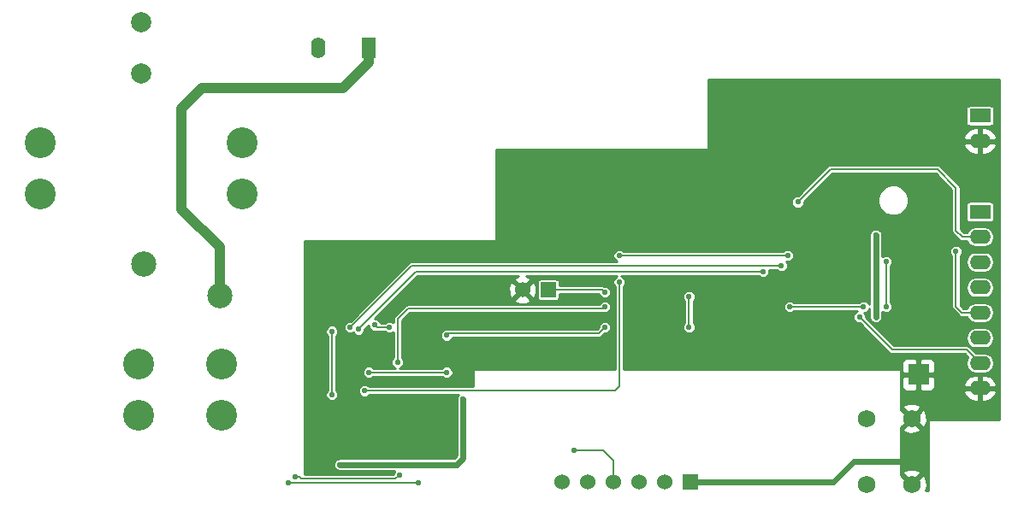
<source format=gbl>
G04 #@! TF.FileFunction,Copper,L2,Bot,Signal*
%FSLAX46Y46*%
G04 Gerber Fmt 4.6, Leading zero omitted, Abs format (unit mm)*
G04 Created by KiCad (PCBNEW (2015-06-05 BZR 5717)-product) date Tue 11 Aug 2015 19:51:47 PDT*
%MOMM*%
G01*
G04 APERTURE LIST*
%ADD10C,0.152400*%
%ADD11R,2.100000X1.400000*%
%ADD12O,2.100000X1.400000*%
%ADD13R,1.524000X1.524000*%
%ADD14C,1.524000*%
%ADD15C,3.048000*%
%ADD16C,1.750000*%
%ADD17R,2.032000X2.032000*%
%ADD18R,1.400000X2.100000*%
%ADD19O,1.400000X2.100000*%
%ADD20C,1.998980*%
%ADD21C,2.500000*%
%ADD22C,0.584200*%
%ADD23C,0.203200*%
%ADD24C,0.609600*%
%ADD25C,1.016000*%
%ADD26C,0.254000*%
G04 APERTURE END LIST*
D10*
D11*
X207000000Y-86750000D03*
D12*
X207000000Y-89250000D03*
D13*
X164270000Y-104000000D03*
D14*
X161730000Y-104000000D03*
D12*
X207000000Y-98750000D03*
X207000000Y-101250000D03*
D11*
X207000000Y-96250000D03*
D12*
X207000000Y-103750000D03*
X207000000Y-106250000D03*
X207000000Y-108750000D03*
X207000000Y-111250000D03*
X207000000Y-113750000D03*
D13*
X178350000Y-123000000D03*
D14*
X175810000Y-123000000D03*
X173270000Y-123000000D03*
X170730000Y-123000000D03*
X168190000Y-123000000D03*
X165650000Y-123000000D03*
D15*
X131953000Y-116459000D03*
X131953000Y-111379000D03*
X123698000Y-116459000D03*
X123698000Y-111379000D03*
X113952000Y-94540000D03*
X113952000Y-89460000D03*
X133952000Y-94540000D03*
X133952000Y-89460000D03*
D16*
X195750000Y-116750000D03*
X200250000Y-116750000D03*
X195750000Y-123250000D03*
X200250000Y-123250000D03*
D17*
X200914000Y-112395000D03*
D18*
X146500000Y-80000000D03*
D19*
X141500000Y-80000000D03*
D20*
X124000000Y-82540000D03*
X124000000Y-77460000D03*
D21*
X131750000Y-104600000D03*
X124250000Y-101400000D03*
D22*
X143459200Y-119278400D03*
X147929600Y-120497600D03*
X147726400Y-115011200D03*
X154432000Y-119278400D03*
X141020800Y-112572800D03*
X195681600Y-99364800D03*
X194056000Y-109728000D03*
X201777600Y-93065600D03*
X172313600Y-97536000D03*
X199948800Y-89001600D03*
X164185600Y-94081600D03*
X164388800Y-98755200D03*
X141630400Y-99568000D03*
X200500000Y-121000000D03*
X142849600Y-108102400D03*
X142849600Y-114401600D03*
X196697600Y-98552000D03*
X196697600Y-106680000D03*
X155854400Y-114808000D03*
X143662400Y-121310400D03*
X138582400Y-123139200D03*
X151384000Y-123139200D03*
X139192000Y-122529600D03*
X149555200Y-122326400D03*
X169875200Y-104241600D03*
X178206400Y-104648000D03*
X188976000Y-95300800D03*
X178206400Y-107696000D03*
X169875200Y-107696000D03*
X154228800Y-108508800D03*
X154228800Y-112166400D03*
X146507200Y-112166400D03*
X188163200Y-105664000D03*
X195478400Y-105664000D03*
X197713600Y-105664000D03*
X197713600Y-101193600D03*
X169875200Y-105664000D03*
X149352000Y-111150400D03*
X146100800Y-113995200D03*
X171297600Y-103225600D03*
X171297600Y-100584000D03*
X187960000Y-100584000D03*
X204622400Y-100177600D03*
X145491200Y-107899200D03*
X185521600Y-102209600D03*
X144678400Y-107696000D03*
X187350400Y-101600000D03*
X195072000Y-106680000D03*
X166827200Y-119888000D03*
X148539200Y-107696000D03*
X147116800Y-107492800D03*
D23*
X172313600Y-97536000D02*
X172516800Y-97536000D01*
D24*
X192500000Y-123000000D02*
X194500000Y-121000000D01*
X194500000Y-121000000D02*
X200500000Y-121000000D01*
X178350000Y-123000000D02*
X192500000Y-123000000D01*
D23*
X142849600Y-108102400D02*
X142849600Y-114401600D01*
D24*
X196697600Y-98552000D02*
X196697600Y-106680000D01*
X155854400Y-114808000D02*
X155854400Y-120700800D01*
X155244800Y-121310400D02*
X155854400Y-120700800D01*
X143662400Y-121310400D02*
X155244800Y-121310400D01*
D23*
X138582400Y-123139200D02*
X151384000Y-123139200D01*
X139605091Y-122529600D02*
X139801600Y-122726109D01*
X139192000Y-122529600D02*
X139605091Y-122529600D01*
X139998109Y-122726109D02*
X140004790Y-122732790D01*
X139801600Y-122726109D02*
X139998109Y-122726109D01*
X140004790Y-122732790D02*
X149148810Y-122732790D01*
X149148810Y-122732790D02*
X149555200Y-122326400D01*
D25*
X131750000Y-104600000D02*
X131750000Y-99750000D01*
X146500000Y-81500000D02*
X146500000Y-80000000D01*
X144000000Y-84000000D02*
X146500000Y-81500000D01*
X130000000Y-84000000D02*
X144000000Y-84000000D01*
X128000000Y-86000000D02*
X130000000Y-84000000D01*
X128000000Y-96000000D02*
X128000000Y-86000000D01*
X131750000Y-99750000D02*
X128000000Y-96000000D01*
D23*
X169875200Y-104241600D02*
X169633600Y-104000000D01*
X169633600Y-104000000D02*
X164270000Y-104000000D01*
X178206400Y-104648000D02*
X178206400Y-107696000D01*
X207000000Y-98750000D02*
X205226800Y-98750000D01*
X204622400Y-98145600D02*
X205226800Y-98750000D01*
X204622400Y-93878400D02*
X204622400Y-98145600D01*
X202793600Y-92049600D02*
X204622400Y-93878400D01*
X192227200Y-92049600D02*
X202793600Y-92049600D01*
X188976000Y-95300800D02*
X192227200Y-92049600D01*
X169875200Y-107696000D02*
X169265600Y-108305600D01*
X169265600Y-108305600D02*
X154432000Y-108305600D01*
X154432000Y-108305600D02*
X154228800Y-108508800D01*
X154228800Y-112166400D02*
X146507200Y-112166400D01*
X188163200Y-105664000D02*
X195478400Y-105664000D01*
X197713600Y-105664000D02*
X197713600Y-101193600D01*
X169875200Y-105664000D02*
X169672000Y-105867200D01*
X169672000Y-105867200D02*
X150368000Y-105867200D01*
X150368000Y-105867200D02*
X149352000Y-106883200D01*
X149352000Y-106883200D02*
X149352000Y-111150400D01*
X146100800Y-113995200D02*
X170891200Y-113995200D01*
X170891200Y-113995200D02*
X171297600Y-113588800D01*
X171297600Y-113588800D02*
X171297600Y-111760000D01*
X171297600Y-111760000D02*
X171297600Y-103225600D01*
X171297600Y-100584000D02*
X187960000Y-100584000D01*
X205208400Y-106250000D02*
X207000000Y-106250000D01*
X204622400Y-105664000D02*
X205208400Y-106250000D01*
X204622400Y-100177600D02*
X204622400Y-105664000D01*
X145491200Y-107899200D02*
X151180800Y-102209600D01*
X151180800Y-102209600D02*
X185521600Y-102209600D01*
X144678400Y-107696000D02*
X150774400Y-101600000D01*
X150774400Y-101600000D02*
X187350400Y-101600000D01*
X195072000Y-106680000D02*
X198323200Y-109931200D01*
X198323200Y-109931200D02*
X205681200Y-109931200D01*
X205681200Y-109931200D02*
X207000000Y-111250000D01*
X166827200Y-119888000D02*
X169672000Y-119888000D01*
X169672000Y-119888000D02*
X170730000Y-120946000D01*
X170730000Y-120946000D02*
X170730000Y-123000000D01*
X147320000Y-107696000D02*
X147116800Y-107492800D01*
X148539200Y-107696000D02*
X147320000Y-107696000D01*
D26*
G36*
X208873000Y-116873000D02*
X208642716Y-116873000D01*
X208642716Y-114083329D01*
X208642716Y-113416671D01*
X208642716Y-89583329D01*
X208642716Y-88916671D01*
X208631980Y-88856450D01*
X208386669Y-88401158D01*
X208386669Y-87450000D01*
X208386669Y-86050000D01*
X208362241Y-85924096D01*
X208289550Y-85813438D01*
X208179813Y-85739364D01*
X208050000Y-85713331D01*
X205950000Y-85713331D01*
X205824096Y-85737759D01*
X205713438Y-85810450D01*
X205639364Y-85920187D01*
X205613331Y-86050000D01*
X205613331Y-87450000D01*
X205637759Y-87575904D01*
X205710450Y-87686562D01*
X205820187Y-87760636D01*
X205950000Y-87786669D01*
X208050000Y-87786669D01*
X208175904Y-87762241D01*
X208286562Y-87689550D01*
X208360636Y-87579813D01*
X208386669Y-87450000D01*
X208386669Y-88401158D01*
X208383790Y-88395815D01*
X207978215Y-88065222D01*
X207477000Y-87915000D01*
X207127000Y-87915000D01*
X207127000Y-89123000D01*
X208519374Y-89123000D01*
X208642716Y-88916671D01*
X208642716Y-89583329D01*
X208519374Y-89377000D01*
X207127000Y-89377000D01*
X207127000Y-90585000D01*
X207477000Y-90585000D01*
X207978215Y-90434778D01*
X208383790Y-90104185D01*
X208631980Y-89643550D01*
X208642716Y-89583329D01*
X208642716Y-113416671D01*
X208631980Y-113356450D01*
X208407240Y-112939337D01*
X208407240Y-111250000D01*
X208407240Y-108750000D01*
X208407240Y-106250000D01*
X208407240Y-103750000D01*
X208407240Y-101250000D01*
X208407240Y-98750000D01*
X208386669Y-98646582D01*
X208386669Y-96950000D01*
X208386669Y-95550000D01*
X208362241Y-95424096D01*
X208289550Y-95313438D01*
X208179813Y-95239364D01*
X208050000Y-95213331D01*
X206873000Y-95213331D01*
X206873000Y-90585000D01*
X206873000Y-89377000D01*
X206873000Y-89123000D01*
X206873000Y-87915000D01*
X206523000Y-87915000D01*
X206021785Y-88065222D01*
X205616210Y-88395815D01*
X205368020Y-88856450D01*
X205357284Y-88916671D01*
X205480626Y-89123000D01*
X206873000Y-89123000D01*
X206873000Y-89377000D01*
X205480626Y-89377000D01*
X205357284Y-89583329D01*
X205368020Y-89643550D01*
X205616210Y-90104185D01*
X206021785Y-90434778D01*
X206523000Y-90585000D01*
X206873000Y-90585000D01*
X206873000Y-95213331D01*
X205950000Y-95213331D01*
X205824096Y-95237759D01*
X205713438Y-95310450D01*
X205639364Y-95420187D01*
X205613331Y-95550000D01*
X205613331Y-96950000D01*
X205637759Y-97075904D01*
X205710450Y-97186562D01*
X205820187Y-97260636D01*
X205950000Y-97286669D01*
X208050000Y-97286669D01*
X208175904Y-97262241D01*
X208286562Y-97189550D01*
X208360636Y-97079813D01*
X208386669Y-96950000D01*
X208386669Y-98646582D01*
X208328821Y-98355760D01*
X208105501Y-98021539D01*
X207771280Y-97798219D01*
X207377040Y-97719800D01*
X206622960Y-97719800D01*
X206228720Y-97798219D01*
X205894499Y-98021539D01*
X205696275Y-98318200D01*
X205405657Y-98318200D01*
X205054200Y-97966742D01*
X205054200Y-93878405D01*
X205054200Y-93878400D01*
X205054201Y-93878400D01*
X205026784Y-93740573D01*
X205021331Y-93713158D01*
X205021331Y-93713157D01*
X204927729Y-93573071D01*
X203098929Y-91744271D01*
X202958843Y-91650669D01*
X202793600Y-91617800D01*
X192227200Y-91617800D01*
X192061957Y-91650669D01*
X191921871Y-91744271D01*
X188987632Y-94678509D01*
X188852760Y-94678392D01*
X188623956Y-94772932D01*
X188448747Y-94947835D01*
X188353808Y-95176474D01*
X188353592Y-95424040D01*
X188448132Y-95652844D01*
X188623035Y-95828053D01*
X188851674Y-95922992D01*
X189099240Y-95923208D01*
X189328044Y-95828668D01*
X189503253Y-95653765D01*
X189598192Y-95425126D01*
X189598310Y-95289147D01*
X192406058Y-92481400D01*
X202614742Y-92481400D01*
X204190600Y-94057258D01*
X204190600Y-98145600D01*
X204223469Y-98310843D01*
X204317071Y-98450929D01*
X204921468Y-99055325D01*
X204921471Y-99055329D01*
X204921472Y-99055329D01*
X205061557Y-99148931D01*
X205061558Y-99148931D01*
X205088973Y-99154384D01*
X205226800Y-99181801D01*
X205226800Y-99181800D01*
X205226805Y-99181800D01*
X205696275Y-99181800D01*
X205894499Y-99478461D01*
X206228720Y-99701781D01*
X206622960Y-99780200D01*
X207377040Y-99780200D01*
X207771280Y-99701781D01*
X208105501Y-99478461D01*
X208328821Y-99144240D01*
X208407240Y-98750000D01*
X208407240Y-101250000D01*
X208328821Y-100855760D01*
X208105501Y-100521539D01*
X207771280Y-100298219D01*
X207377040Y-100219800D01*
X206622960Y-100219800D01*
X206228720Y-100298219D01*
X205894499Y-100521539D01*
X205671179Y-100855760D01*
X205592760Y-101250000D01*
X205671179Y-101644240D01*
X205894499Y-101978461D01*
X206228720Y-102201781D01*
X206622960Y-102280200D01*
X207377040Y-102280200D01*
X207771280Y-102201781D01*
X208105501Y-101978461D01*
X208328821Y-101644240D01*
X208407240Y-101250000D01*
X208407240Y-103750000D01*
X208328821Y-103355760D01*
X208105501Y-103021539D01*
X207771280Y-102798219D01*
X207377040Y-102719800D01*
X206622960Y-102719800D01*
X206228720Y-102798219D01*
X205894499Y-103021539D01*
X205671179Y-103355760D01*
X205592760Y-103750000D01*
X205671179Y-104144240D01*
X205894499Y-104478461D01*
X206228720Y-104701781D01*
X206622960Y-104780200D01*
X207377040Y-104780200D01*
X207771280Y-104701781D01*
X208105501Y-104478461D01*
X208328821Y-104144240D01*
X208407240Y-103750000D01*
X208407240Y-106250000D01*
X208328821Y-105855760D01*
X208105501Y-105521539D01*
X207771280Y-105298219D01*
X207377040Y-105219800D01*
X206622960Y-105219800D01*
X206228720Y-105298219D01*
X205894499Y-105521539D01*
X205696275Y-105818200D01*
X205387258Y-105818200D01*
X205054200Y-105485142D01*
X205054200Y-100625851D01*
X205149653Y-100530565D01*
X205244592Y-100301926D01*
X205244808Y-100054360D01*
X205150268Y-99825556D01*
X204975365Y-99650347D01*
X204746726Y-99555408D01*
X204499160Y-99555192D01*
X204270356Y-99649732D01*
X204095147Y-99824635D01*
X204000208Y-100053274D01*
X203999992Y-100300840D01*
X204094532Y-100529644D01*
X204190600Y-100625880D01*
X204190600Y-105664000D01*
X204223469Y-105829243D01*
X204317071Y-105969329D01*
X204903071Y-106555329D01*
X205043157Y-106648931D01*
X205043158Y-106648931D01*
X205208400Y-106681800D01*
X205696275Y-106681800D01*
X205894499Y-106978461D01*
X206228720Y-107201781D01*
X206622960Y-107280200D01*
X207377040Y-107280200D01*
X207771280Y-107201781D01*
X208105501Y-106978461D01*
X208328821Y-106644240D01*
X208407240Y-106250000D01*
X208407240Y-108750000D01*
X208328821Y-108355760D01*
X208105501Y-108021539D01*
X207771280Y-107798219D01*
X207377040Y-107719800D01*
X206622960Y-107719800D01*
X206228720Y-107798219D01*
X205894499Y-108021539D01*
X205671179Y-108355760D01*
X205592760Y-108750000D01*
X205671179Y-109144240D01*
X205894499Y-109478461D01*
X206228720Y-109701781D01*
X206622960Y-109780200D01*
X207377040Y-109780200D01*
X207771280Y-109701781D01*
X208105501Y-109478461D01*
X208328821Y-109144240D01*
X208407240Y-108750000D01*
X208407240Y-111250000D01*
X208328821Y-110855760D01*
X208105501Y-110521539D01*
X207771280Y-110298219D01*
X207377040Y-110219800D01*
X206622960Y-110219800D01*
X206587509Y-110226851D01*
X205986529Y-109625871D01*
X205846443Y-109532269D01*
X205681200Y-109499400D01*
X199945465Y-109499400D01*
X199945465Y-94819960D01*
X199712997Y-94257344D01*
X199282920Y-93826516D01*
X198720711Y-93593067D01*
X198111960Y-93592535D01*
X197549344Y-93825003D01*
X197118516Y-94255080D01*
X196885067Y-94817289D01*
X196884535Y-95426040D01*
X197117003Y-95988656D01*
X197547080Y-96419484D01*
X198109289Y-96652933D01*
X198718040Y-96653465D01*
X199280656Y-96420997D01*
X199711484Y-95990920D01*
X199944933Y-95428711D01*
X199945465Y-94819960D01*
X199945465Y-109499400D01*
X198502058Y-109499400D01*
X195694290Y-106691632D01*
X195694408Y-106556760D01*
X195599868Y-106327956D01*
X195558354Y-106286370D01*
X195601640Y-106286408D01*
X195830444Y-106191868D01*
X196005653Y-106016965D01*
X196062600Y-105879821D01*
X196062600Y-106680000D01*
X196075244Y-106743566D01*
X196075192Y-106803240D01*
X196098180Y-106858875D01*
X196110936Y-106923004D01*
X196146944Y-106976895D01*
X196169732Y-107032044D01*
X196212261Y-107074647D01*
X196248587Y-107129013D01*
X196302476Y-107165021D01*
X196344635Y-107207253D01*
X196400231Y-107230338D01*
X196454596Y-107266664D01*
X196518163Y-107279308D01*
X196573274Y-107302192D01*
X196633473Y-107302244D01*
X196697600Y-107315000D01*
X196761166Y-107302355D01*
X196820840Y-107302408D01*
X196876475Y-107279419D01*
X196940604Y-107266664D01*
X196994495Y-107230655D01*
X197049644Y-107207868D01*
X197092247Y-107165338D01*
X197146613Y-107129013D01*
X197182621Y-107075123D01*
X197224853Y-107032965D01*
X197247938Y-106977368D01*
X197284264Y-106923004D01*
X197296908Y-106859436D01*
X197319792Y-106804326D01*
X197319844Y-106744126D01*
X197332600Y-106680000D01*
X197332600Y-106163168D01*
X197360635Y-106191253D01*
X197589274Y-106286192D01*
X197836840Y-106286408D01*
X198065644Y-106191868D01*
X198240853Y-106016965D01*
X198335792Y-105788326D01*
X198336008Y-105540760D01*
X198241468Y-105311956D01*
X198145400Y-105215719D01*
X198145400Y-101641851D01*
X198240853Y-101546565D01*
X198335792Y-101317926D01*
X198336008Y-101070360D01*
X198241468Y-100841556D01*
X198066565Y-100666347D01*
X197837926Y-100571408D01*
X197590360Y-100571192D01*
X197361556Y-100665732D01*
X197332600Y-100694637D01*
X197332600Y-98552000D01*
X197319955Y-98488433D01*
X197320008Y-98428760D01*
X197297019Y-98373124D01*
X197284264Y-98308996D01*
X197248255Y-98255104D01*
X197225468Y-98199956D01*
X197182938Y-98157352D01*
X197146613Y-98102987D01*
X197092723Y-98066978D01*
X197050565Y-98024747D01*
X196994968Y-98001661D01*
X196940604Y-97965336D01*
X196877036Y-97952691D01*
X196821926Y-97929808D01*
X196761726Y-97929755D01*
X196697600Y-97917000D01*
X196634033Y-97929644D01*
X196574360Y-97929592D01*
X196518724Y-97952580D01*
X196454596Y-97965336D01*
X196400704Y-98001344D01*
X196345556Y-98024132D01*
X196302952Y-98066661D01*
X196248587Y-98102987D01*
X196212578Y-98156876D01*
X196170347Y-98199035D01*
X196147261Y-98254631D01*
X196110936Y-98308996D01*
X196098291Y-98372563D01*
X196075408Y-98427674D01*
X196075355Y-98487873D01*
X196062600Y-98552000D01*
X196062600Y-105448289D01*
X196006268Y-105311956D01*
X195831365Y-105136747D01*
X195602726Y-105041808D01*
X195355160Y-105041592D01*
X195126356Y-105136132D01*
X195030119Y-105232200D01*
X188611451Y-105232200D01*
X188516165Y-105136747D01*
X188287526Y-105041808D01*
X188039960Y-105041592D01*
X187811156Y-105136132D01*
X187635947Y-105311035D01*
X187541008Y-105539674D01*
X187540792Y-105787240D01*
X187635332Y-106016044D01*
X187810235Y-106191253D01*
X188038874Y-106286192D01*
X188286440Y-106286408D01*
X188515244Y-106191868D01*
X188611480Y-106095800D01*
X194856289Y-106095800D01*
X194719956Y-106152132D01*
X194544747Y-106327035D01*
X194449808Y-106555674D01*
X194449592Y-106803240D01*
X194544132Y-107032044D01*
X194719035Y-107207253D01*
X194947674Y-107302192D01*
X195083652Y-107302310D01*
X198017871Y-110236529D01*
X198157957Y-110330131D01*
X198157958Y-110330131D01*
X198323200Y-110363000D01*
X205502342Y-110363000D01*
X205800924Y-110661582D01*
X205671179Y-110855760D01*
X205592760Y-111250000D01*
X205671179Y-111644240D01*
X205894499Y-111978461D01*
X206228720Y-112201781D01*
X206622960Y-112280200D01*
X207377040Y-112280200D01*
X207771280Y-112201781D01*
X208105501Y-111978461D01*
X208328821Y-111644240D01*
X208407240Y-111250000D01*
X208407240Y-112939337D01*
X208383790Y-112895815D01*
X207978215Y-112565222D01*
X207477000Y-112415000D01*
X207127000Y-112415000D01*
X207127000Y-113623000D01*
X208519374Y-113623000D01*
X208642716Y-113416671D01*
X208642716Y-114083329D01*
X208519374Y-113877000D01*
X207127000Y-113877000D01*
X207127000Y-115085000D01*
X207477000Y-115085000D01*
X207978215Y-114934778D01*
X208383790Y-114604185D01*
X208631980Y-114143550D01*
X208642716Y-114083329D01*
X208642716Y-116873000D01*
X206873000Y-116873000D01*
X206873000Y-115085000D01*
X206873000Y-113877000D01*
X206873000Y-113623000D01*
X206873000Y-112415000D01*
X206523000Y-112415000D01*
X206021785Y-112565222D01*
X205616210Y-112895815D01*
X205368020Y-113356450D01*
X205357284Y-113416671D01*
X205480626Y-113623000D01*
X206873000Y-113623000D01*
X206873000Y-113877000D01*
X205480626Y-113877000D01*
X205357284Y-114083329D01*
X205368020Y-114143550D01*
X205616210Y-114604185D01*
X206021785Y-114934778D01*
X206523000Y-115085000D01*
X206873000Y-115085000D01*
X206873000Y-116873000D01*
X202565000Y-116873000D01*
X202565000Y-113537310D01*
X202565000Y-113284691D01*
X202565000Y-112680750D01*
X202565000Y-112109250D01*
X202565000Y-111505309D01*
X202565000Y-111252690D01*
X202468327Y-111019301D01*
X202289698Y-110840673D01*
X202056309Y-110744000D01*
X201199750Y-110744000D01*
X201041000Y-110902750D01*
X201041000Y-112268000D01*
X202406250Y-112268000D01*
X202565000Y-112109250D01*
X202565000Y-112680750D01*
X202406250Y-112522000D01*
X201041000Y-112522000D01*
X201041000Y-113887250D01*
X201199750Y-114046000D01*
X202056309Y-114046000D01*
X202289698Y-113949327D01*
X202468327Y-113770699D01*
X202565000Y-113537310D01*
X202565000Y-116873000D01*
X202000000Y-116873000D01*
X201951399Y-116882667D01*
X201910197Y-116910197D01*
X201882667Y-116951399D01*
X201873000Y-117000000D01*
X201873000Y-123873000D01*
X201630117Y-123873000D01*
X201771590Y-123484694D01*
X201771590Y-116984694D01*
X201745579Y-116384542D01*
X201565953Y-115950884D01*
X201312060Y-115867545D01*
X201132455Y-116047150D01*
X201132455Y-115687940D01*
X201049116Y-115434047D01*
X200787000Y-115338549D01*
X200787000Y-113887250D01*
X200787000Y-112522000D01*
X200787000Y-112268000D01*
X200787000Y-110902750D01*
X200628250Y-110744000D01*
X199771691Y-110744000D01*
X199538302Y-110840673D01*
X199359673Y-111019301D01*
X199263000Y-111252690D01*
X199263000Y-111505309D01*
X199263000Y-112109250D01*
X199421750Y-112268000D01*
X200787000Y-112268000D01*
X200787000Y-112522000D01*
X199421750Y-112522000D01*
X199263000Y-112680750D01*
X199263000Y-113284691D01*
X199263000Y-113537310D01*
X199359673Y-113770699D01*
X199538302Y-113949327D01*
X199771691Y-114046000D01*
X200628250Y-114046000D01*
X200787000Y-113887250D01*
X200787000Y-115338549D01*
X200484694Y-115228410D01*
X199884542Y-115254421D01*
X199450884Y-115434047D01*
X199367545Y-115687940D01*
X200250000Y-116570395D01*
X201132455Y-115687940D01*
X201132455Y-116047150D01*
X200429605Y-116750000D01*
X201312060Y-117632455D01*
X201565953Y-117549116D01*
X201771590Y-116984694D01*
X201771590Y-123484694D01*
X201745579Y-122884542D01*
X201565953Y-122450884D01*
X201312060Y-122367545D01*
X201132455Y-122547150D01*
X201132455Y-122187940D01*
X201132455Y-117812060D01*
X200250000Y-116929605D01*
X199367545Y-117812060D01*
X199450884Y-118065953D01*
X200015306Y-118271590D01*
X200615458Y-118245579D01*
X201049116Y-118065953D01*
X201132455Y-117812060D01*
X201132455Y-122187940D01*
X201049116Y-121934047D01*
X200484694Y-121728410D01*
X199884542Y-121754421D01*
X199450884Y-121934047D01*
X199367545Y-122187940D01*
X200250000Y-123070395D01*
X201132455Y-122187940D01*
X201132455Y-122547150D01*
X200429605Y-123250000D01*
X200443747Y-123264142D01*
X200264142Y-123443747D01*
X200250000Y-123429605D01*
X200235857Y-123443747D01*
X200056252Y-123264142D01*
X200070395Y-123250000D01*
X199187940Y-122367545D01*
X199127000Y-122387548D01*
X199127000Y-117612451D01*
X199187940Y-117632455D01*
X200070395Y-116750000D01*
X199187940Y-115867545D01*
X199127000Y-115887548D01*
X199127000Y-112000000D01*
X199117333Y-111951399D01*
X199089803Y-111910197D01*
X199048601Y-111882667D01*
X199000000Y-111873000D01*
X178828808Y-111873000D01*
X178828808Y-107572760D01*
X178734268Y-107343956D01*
X178638200Y-107247719D01*
X178638200Y-105096251D01*
X178733653Y-105000965D01*
X178828592Y-104772326D01*
X178828808Y-104524760D01*
X178734268Y-104295956D01*
X178559365Y-104120747D01*
X178330726Y-104025808D01*
X178083160Y-104025592D01*
X177854356Y-104120132D01*
X177679147Y-104295035D01*
X177584208Y-104523674D01*
X177583992Y-104771240D01*
X177678532Y-105000044D01*
X177774600Y-105096280D01*
X177774600Y-107247748D01*
X177679147Y-107343035D01*
X177584208Y-107571674D01*
X177583992Y-107819240D01*
X177678532Y-108048044D01*
X177853435Y-108223253D01*
X178082074Y-108318192D01*
X178329640Y-108318408D01*
X178558444Y-108223868D01*
X178733653Y-108048965D01*
X178828592Y-107820326D01*
X178828808Y-107572760D01*
X178828808Y-111873000D01*
X171729400Y-111873000D01*
X171729400Y-111760000D01*
X171729400Y-103673851D01*
X171824853Y-103578565D01*
X171919792Y-103349926D01*
X171920008Y-103102360D01*
X171825468Y-102873556D01*
X171650565Y-102698347D01*
X171513421Y-102641400D01*
X185073348Y-102641400D01*
X185168635Y-102736853D01*
X185397274Y-102831792D01*
X185644840Y-102832008D01*
X185873644Y-102737468D01*
X186048853Y-102562565D01*
X186143792Y-102333926D01*
X186144008Y-102086360D01*
X186121464Y-102031800D01*
X186902148Y-102031800D01*
X186997435Y-102127253D01*
X187226074Y-102222192D01*
X187473640Y-102222408D01*
X187702444Y-102127868D01*
X187877653Y-101952965D01*
X187972592Y-101724326D01*
X187972808Y-101476760D01*
X187878268Y-101247956D01*
X187836577Y-101206192D01*
X188083240Y-101206408D01*
X188312044Y-101111868D01*
X188487253Y-100936965D01*
X188582192Y-100708326D01*
X188582408Y-100460760D01*
X188487868Y-100231956D01*
X188312965Y-100056747D01*
X188084326Y-99961808D01*
X187836760Y-99961592D01*
X187607956Y-100056132D01*
X187511719Y-100152200D01*
X171745851Y-100152200D01*
X171650565Y-100056747D01*
X171421926Y-99961808D01*
X171174360Y-99961592D01*
X170945556Y-100056132D01*
X170770347Y-100231035D01*
X170675408Y-100459674D01*
X170675192Y-100707240D01*
X170769732Y-100936044D01*
X170944635Y-101111253D01*
X171081778Y-101168200D01*
X150774405Y-101168200D01*
X150774400Y-101168199D01*
X150636573Y-101195615D01*
X150609157Y-101201069D01*
X150469071Y-101294671D01*
X144690032Y-107073709D01*
X144555160Y-107073592D01*
X144326356Y-107168132D01*
X144151147Y-107343035D01*
X144056208Y-107571674D01*
X144055992Y-107819240D01*
X144150532Y-108048044D01*
X144325435Y-108223253D01*
X144554074Y-108318192D01*
X144801640Y-108318408D01*
X144963582Y-108251494D01*
X145138235Y-108426453D01*
X145366874Y-108521392D01*
X145614440Y-108521608D01*
X145843244Y-108427068D01*
X146018453Y-108252165D01*
X146113392Y-108023526D01*
X146113510Y-107887547D01*
X146494487Y-107506570D01*
X146494392Y-107616040D01*
X146588932Y-107844844D01*
X146763835Y-108020053D01*
X146992474Y-108114992D01*
X147240040Y-108115208D01*
X147245452Y-108112971D01*
X147320000Y-108127800D01*
X148090948Y-108127800D01*
X148186235Y-108223253D01*
X148414874Y-108318192D01*
X148662440Y-108318408D01*
X148891244Y-108223868D01*
X148920200Y-108194962D01*
X148920200Y-110702148D01*
X148824747Y-110797435D01*
X148729808Y-111026074D01*
X148729592Y-111273640D01*
X148824132Y-111502444D01*
X148999035Y-111677653D01*
X149136178Y-111734600D01*
X146955451Y-111734600D01*
X146860165Y-111639147D01*
X146631526Y-111544208D01*
X146383960Y-111543992D01*
X146155156Y-111638532D01*
X145979947Y-111813435D01*
X145885008Y-112042074D01*
X145884792Y-112289640D01*
X145979332Y-112518444D01*
X146154235Y-112693653D01*
X146382874Y-112788592D01*
X146630440Y-112788808D01*
X146859244Y-112694268D01*
X146955480Y-112598200D01*
X153780548Y-112598200D01*
X153875835Y-112693653D01*
X154104474Y-112788592D01*
X154352040Y-112788808D01*
X154580844Y-112694268D01*
X154756053Y-112519365D01*
X154850992Y-112290726D01*
X154851208Y-112043160D01*
X154756668Y-111814356D01*
X154581765Y-111639147D01*
X154353126Y-111544208D01*
X154105560Y-111543992D01*
X153876756Y-111638532D01*
X153780519Y-111734600D01*
X149567710Y-111734600D01*
X149704044Y-111678268D01*
X149879253Y-111503365D01*
X149974192Y-111274726D01*
X149974408Y-111027160D01*
X149879868Y-110798356D01*
X149783800Y-110702119D01*
X149783800Y-107062058D01*
X150546858Y-106299000D01*
X169672000Y-106299000D01*
X169746182Y-106284244D01*
X169750874Y-106286192D01*
X169998440Y-106286408D01*
X170227244Y-106191868D01*
X170402453Y-106016965D01*
X170497392Y-105788326D01*
X170497608Y-105540760D01*
X170497608Y-104118360D01*
X170403068Y-103889556D01*
X170228165Y-103714347D01*
X169999526Y-103619408D01*
X169826062Y-103619256D01*
X169798843Y-103601069D01*
X169633600Y-103568200D01*
X165368669Y-103568200D01*
X165368669Y-103238000D01*
X165344241Y-103112096D01*
X165271550Y-103001438D01*
X165161813Y-102927364D01*
X165032000Y-102901331D01*
X163508000Y-102901331D01*
X163382096Y-102925759D01*
X163271438Y-102998450D01*
X163197364Y-103108187D01*
X163171331Y-103238000D01*
X163171331Y-104762000D01*
X163195759Y-104887904D01*
X163268450Y-104998562D01*
X163378187Y-105072636D01*
X163508000Y-105098669D01*
X165032000Y-105098669D01*
X165157904Y-105074241D01*
X165268562Y-105001550D01*
X165342636Y-104891813D01*
X165368669Y-104762000D01*
X165368669Y-104431800D01*
X169280459Y-104431800D01*
X169347332Y-104593644D01*
X169522235Y-104768853D01*
X169750874Y-104863792D01*
X169998440Y-104864008D01*
X170227244Y-104769468D01*
X170402453Y-104594565D01*
X170497392Y-104365926D01*
X170497608Y-104118360D01*
X170497608Y-105540760D01*
X170403068Y-105311956D01*
X170228165Y-105136747D01*
X169999526Y-105041808D01*
X169751960Y-105041592D01*
X169523156Y-105136132D01*
X169347947Y-105311035D01*
X169296306Y-105435400D01*
X163139144Y-105435400D01*
X163139144Y-104207698D01*
X163111362Y-103652632D01*
X162952397Y-103268857D01*
X162710213Y-103199392D01*
X161909605Y-104000000D01*
X162710213Y-104800608D01*
X162952397Y-104731143D01*
X163139144Y-104207698D01*
X163139144Y-105435400D01*
X162530608Y-105435400D01*
X162530608Y-104980213D01*
X161730000Y-104179605D01*
X161550395Y-104359210D01*
X161550395Y-104000000D01*
X160749787Y-103199392D01*
X160507603Y-103268857D01*
X160320856Y-103792302D01*
X160348638Y-104347368D01*
X160507603Y-104731143D01*
X160749787Y-104800608D01*
X161550395Y-104000000D01*
X161550395Y-104359210D01*
X160929392Y-104980213D01*
X160998857Y-105222397D01*
X161522302Y-105409144D01*
X162077368Y-105381362D01*
X162461143Y-105222397D01*
X162530608Y-104980213D01*
X162530608Y-105435400D01*
X150368000Y-105435400D01*
X150202757Y-105468269D01*
X150062671Y-105561871D01*
X149046671Y-106577871D01*
X148953069Y-106717957D01*
X148920200Y-106883200D01*
X148920200Y-107196831D01*
X148892165Y-107168747D01*
X148663526Y-107073808D01*
X148415960Y-107073592D01*
X148187156Y-107168132D01*
X148090919Y-107264200D01*
X147695674Y-107264200D01*
X147644668Y-107140756D01*
X147469765Y-106965547D01*
X147241126Y-106870608D01*
X147130546Y-106870511D01*
X151359657Y-102641400D01*
X161327679Y-102641400D01*
X160998857Y-102777603D01*
X160929392Y-103019787D01*
X161730000Y-103820395D01*
X162530608Y-103019787D01*
X162461143Y-102777603D01*
X162079370Y-102641400D01*
X171081889Y-102641400D01*
X170945556Y-102697732D01*
X170770347Y-102872635D01*
X170675408Y-103101274D01*
X170675192Y-103348840D01*
X170769732Y-103577644D01*
X170865800Y-103673880D01*
X170865800Y-111760000D01*
X170865800Y-111873000D01*
X170497608Y-111873000D01*
X170497608Y-107572760D01*
X170403068Y-107343956D01*
X170228165Y-107168747D01*
X169999526Y-107073808D01*
X169751960Y-107073592D01*
X169523156Y-107168132D01*
X169347947Y-107343035D01*
X169253008Y-107571674D01*
X169252889Y-107707653D01*
X169086742Y-107873800D01*
X154432000Y-107873800D01*
X154357817Y-107888555D01*
X154353126Y-107886608D01*
X154105560Y-107886392D01*
X153876756Y-107980932D01*
X153701547Y-108155835D01*
X153606608Y-108384474D01*
X153606392Y-108632040D01*
X153700932Y-108860844D01*
X153875835Y-109036053D01*
X154104474Y-109130992D01*
X154352040Y-109131208D01*
X154580844Y-109036668D01*
X154756053Y-108861765D01*
X154807693Y-108737400D01*
X169265600Y-108737400D01*
X169430842Y-108704531D01*
X169430843Y-108704531D01*
X169570929Y-108610929D01*
X169863567Y-108318290D01*
X169998440Y-108318408D01*
X170227244Y-108223868D01*
X170402453Y-108048965D01*
X170497392Y-107820326D01*
X170497608Y-107572760D01*
X170497608Y-111873000D01*
X157000000Y-111873000D01*
X156951399Y-111882667D01*
X156910197Y-111910197D01*
X156882667Y-111951399D01*
X156873000Y-112000000D01*
X156873000Y-113563400D01*
X146549051Y-113563400D01*
X146453765Y-113467947D01*
X146225126Y-113373008D01*
X145977560Y-113372792D01*
X145748756Y-113467332D01*
X145573547Y-113642235D01*
X145478608Y-113870874D01*
X145478392Y-114118440D01*
X145572932Y-114347244D01*
X145747835Y-114522453D01*
X145976474Y-114617392D01*
X146224040Y-114617608D01*
X146452844Y-114523068D01*
X146549080Y-114427000D01*
X155355231Y-114427000D01*
X155327147Y-114455035D01*
X155304061Y-114510631D01*
X155267736Y-114564996D01*
X155255091Y-114628563D01*
X155232208Y-114683674D01*
X155232155Y-114743873D01*
X155219400Y-114808000D01*
X155219400Y-120437774D01*
X154981774Y-120675400D01*
X143662400Y-120675400D01*
X143598833Y-120688044D01*
X143539160Y-120687992D01*
X143483524Y-120710980D01*
X143472008Y-120713270D01*
X143472008Y-114278360D01*
X143377468Y-114049556D01*
X143281400Y-113953319D01*
X143281400Y-108550651D01*
X143376853Y-108455365D01*
X143471792Y-108226726D01*
X143472008Y-107979160D01*
X143377468Y-107750356D01*
X143202565Y-107575147D01*
X142973926Y-107480208D01*
X142726360Y-107479992D01*
X142497556Y-107574532D01*
X142322347Y-107749435D01*
X142227408Y-107978074D01*
X142227192Y-108225640D01*
X142321732Y-108454444D01*
X142417800Y-108550680D01*
X142417800Y-113953348D01*
X142322347Y-114048635D01*
X142227408Y-114277274D01*
X142227192Y-114524840D01*
X142321732Y-114753644D01*
X142496635Y-114928853D01*
X142725274Y-115023792D01*
X142972840Y-115024008D01*
X143201644Y-114929468D01*
X143376853Y-114754565D01*
X143471792Y-114525926D01*
X143472008Y-114278360D01*
X143472008Y-120713270D01*
X143419396Y-120723736D01*
X143365504Y-120759744D01*
X143310356Y-120782532D01*
X143267752Y-120825061D01*
X143213387Y-120861387D01*
X143177378Y-120915276D01*
X143135147Y-120957435D01*
X143112061Y-121013031D01*
X143075736Y-121067396D01*
X143063091Y-121130963D01*
X143040208Y-121186074D01*
X143040155Y-121246273D01*
X143027400Y-121310400D01*
X143040044Y-121373966D01*
X143039992Y-121433640D01*
X143062980Y-121489275D01*
X143075736Y-121553404D01*
X143111744Y-121607295D01*
X143134532Y-121662444D01*
X143177061Y-121705047D01*
X143213387Y-121759413D01*
X143267276Y-121795421D01*
X143309435Y-121837653D01*
X143365031Y-121860738D01*
X143419396Y-121897064D01*
X143482963Y-121909708D01*
X143538074Y-121932592D01*
X143598273Y-121932644D01*
X143662400Y-121945400D01*
X149056031Y-121945400D01*
X149027947Y-121973435D01*
X148933008Y-122202074D01*
X148932921Y-122300990D01*
X140127000Y-122300990D01*
X140127000Y-99127000D01*
X159000000Y-99127000D01*
X159048601Y-99117333D01*
X159089803Y-99089803D01*
X159117333Y-99048601D01*
X159127000Y-99000000D01*
X159127000Y-90127000D01*
X180000000Y-90127000D01*
X180048601Y-90117333D01*
X180089803Y-90089803D01*
X180117333Y-90048601D01*
X180127000Y-90000000D01*
X180127000Y-83127000D01*
X208873000Y-83127000D01*
X208873000Y-116873000D01*
X208873000Y-116873000D01*
G37*
X208873000Y-116873000D02*
X208642716Y-116873000D01*
X208642716Y-114083329D01*
X208642716Y-113416671D01*
X208642716Y-89583329D01*
X208642716Y-88916671D01*
X208631980Y-88856450D01*
X208386669Y-88401158D01*
X208386669Y-87450000D01*
X208386669Y-86050000D01*
X208362241Y-85924096D01*
X208289550Y-85813438D01*
X208179813Y-85739364D01*
X208050000Y-85713331D01*
X205950000Y-85713331D01*
X205824096Y-85737759D01*
X205713438Y-85810450D01*
X205639364Y-85920187D01*
X205613331Y-86050000D01*
X205613331Y-87450000D01*
X205637759Y-87575904D01*
X205710450Y-87686562D01*
X205820187Y-87760636D01*
X205950000Y-87786669D01*
X208050000Y-87786669D01*
X208175904Y-87762241D01*
X208286562Y-87689550D01*
X208360636Y-87579813D01*
X208386669Y-87450000D01*
X208386669Y-88401158D01*
X208383790Y-88395815D01*
X207978215Y-88065222D01*
X207477000Y-87915000D01*
X207127000Y-87915000D01*
X207127000Y-89123000D01*
X208519374Y-89123000D01*
X208642716Y-88916671D01*
X208642716Y-89583329D01*
X208519374Y-89377000D01*
X207127000Y-89377000D01*
X207127000Y-90585000D01*
X207477000Y-90585000D01*
X207978215Y-90434778D01*
X208383790Y-90104185D01*
X208631980Y-89643550D01*
X208642716Y-89583329D01*
X208642716Y-113416671D01*
X208631980Y-113356450D01*
X208407240Y-112939337D01*
X208407240Y-111250000D01*
X208407240Y-108750000D01*
X208407240Y-106250000D01*
X208407240Y-103750000D01*
X208407240Y-101250000D01*
X208407240Y-98750000D01*
X208386669Y-98646582D01*
X208386669Y-96950000D01*
X208386669Y-95550000D01*
X208362241Y-95424096D01*
X208289550Y-95313438D01*
X208179813Y-95239364D01*
X208050000Y-95213331D01*
X206873000Y-95213331D01*
X206873000Y-90585000D01*
X206873000Y-89377000D01*
X206873000Y-89123000D01*
X206873000Y-87915000D01*
X206523000Y-87915000D01*
X206021785Y-88065222D01*
X205616210Y-88395815D01*
X205368020Y-88856450D01*
X205357284Y-88916671D01*
X205480626Y-89123000D01*
X206873000Y-89123000D01*
X206873000Y-89377000D01*
X205480626Y-89377000D01*
X205357284Y-89583329D01*
X205368020Y-89643550D01*
X205616210Y-90104185D01*
X206021785Y-90434778D01*
X206523000Y-90585000D01*
X206873000Y-90585000D01*
X206873000Y-95213331D01*
X205950000Y-95213331D01*
X205824096Y-95237759D01*
X205713438Y-95310450D01*
X205639364Y-95420187D01*
X205613331Y-95550000D01*
X205613331Y-96950000D01*
X205637759Y-97075904D01*
X205710450Y-97186562D01*
X205820187Y-97260636D01*
X205950000Y-97286669D01*
X208050000Y-97286669D01*
X208175904Y-97262241D01*
X208286562Y-97189550D01*
X208360636Y-97079813D01*
X208386669Y-96950000D01*
X208386669Y-98646582D01*
X208328821Y-98355760D01*
X208105501Y-98021539D01*
X207771280Y-97798219D01*
X207377040Y-97719800D01*
X206622960Y-97719800D01*
X206228720Y-97798219D01*
X205894499Y-98021539D01*
X205696275Y-98318200D01*
X205405657Y-98318200D01*
X205054200Y-97966742D01*
X205054200Y-93878405D01*
X205054200Y-93878400D01*
X205054201Y-93878400D01*
X205026784Y-93740573D01*
X205021331Y-93713158D01*
X205021331Y-93713157D01*
X204927729Y-93573071D01*
X203098929Y-91744271D01*
X202958843Y-91650669D01*
X202793600Y-91617800D01*
X192227200Y-91617800D01*
X192061957Y-91650669D01*
X191921871Y-91744271D01*
X188987632Y-94678509D01*
X188852760Y-94678392D01*
X188623956Y-94772932D01*
X188448747Y-94947835D01*
X188353808Y-95176474D01*
X188353592Y-95424040D01*
X188448132Y-95652844D01*
X188623035Y-95828053D01*
X188851674Y-95922992D01*
X189099240Y-95923208D01*
X189328044Y-95828668D01*
X189503253Y-95653765D01*
X189598192Y-95425126D01*
X189598310Y-95289147D01*
X192406058Y-92481400D01*
X202614742Y-92481400D01*
X204190600Y-94057258D01*
X204190600Y-98145600D01*
X204223469Y-98310843D01*
X204317071Y-98450929D01*
X204921468Y-99055325D01*
X204921471Y-99055329D01*
X204921472Y-99055329D01*
X205061557Y-99148931D01*
X205061558Y-99148931D01*
X205088973Y-99154384D01*
X205226800Y-99181801D01*
X205226800Y-99181800D01*
X205226805Y-99181800D01*
X205696275Y-99181800D01*
X205894499Y-99478461D01*
X206228720Y-99701781D01*
X206622960Y-99780200D01*
X207377040Y-99780200D01*
X207771280Y-99701781D01*
X208105501Y-99478461D01*
X208328821Y-99144240D01*
X208407240Y-98750000D01*
X208407240Y-101250000D01*
X208328821Y-100855760D01*
X208105501Y-100521539D01*
X207771280Y-100298219D01*
X207377040Y-100219800D01*
X206622960Y-100219800D01*
X206228720Y-100298219D01*
X205894499Y-100521539D01*
X205671179Y-100855760D01*
X205592760Y-101250000D01*
X205671179Y-101644240D01*
X205894499Y-101978461D01*
X206228720Y-102201781D01*
X206622960Y-102280200D01*
X207377040Y-102280200D01*
X207771280Y-102201781D01*
X208105501Y-101978461D01*
X208328821Y-101644240D01*
X208407240Y-101250000D01*
X208407240Y-103750000D01*
X208328821Y-103355760D01*
X208105501Y-103021539D01*
X207771280Y-102798219D01*
X207377040Y-102719800D01*
X206622960Y-102719800D01*
X206228720Y-102798219D01*
X205894499Y-103021539D01*
X205671179Y-103355760D01*
X205592760Y-103750000D01*
X205671179Y-104144240D01*
X205894499Y-104478461D01*
X206228720Y-104701781D01*
X206622960Y-104780200D01*
X207377040Y-104780200D01*
X207771280Y-104701781D01*
X208105501Y-104478461D01*
X208328821Y-104144240D01*
X208407240Y-103750000D01*
X208407240Y-106250000D01*
X208328821Y-105855760D01*
X208105501Y-105521539D01*
X207771280Y-105298219D01*
X207377040Y-105219800D01*
X206622960Y-105219800D01*
X206228720Y-105298219D01*
X205894499Y-105521539D01*
X205696275Y-105818200D01*
X205387258Y-105818200D01*
X205054200Y-105485142D01*
X205054200Y-100625851D01*
X205149653Y-100530565D01*
X205244592Y-100301926D01*
X205244808Y-100054360D01*
X205150268Y-99825556D01*
X204975365Y-99650347D01*
X204746726Y-99555408D01*
X204499160Y-99555192D01*
X204270356Y-99649732D01*
X204095147Y-99824635D01*
X204000208Y-100053274D01*
X203999992Y-100300840D01*
X204094532Y-100529644D01*
X204190600Y-100625880D01*
X204190600Y-105664000D01*
X204223469Y-105829243D01*
X204317071Y-105969329D01*
X204903071Y-106555329D01*
X205043157Y-106648931D01*
X205043158Y-106648931D01*
X205208400Y-106681800D01*
X205696275Y-106681800D01*
X205894499Y-106978461D01*
X206228720Y-107201781D01*
X206622960Y-107280200D01*
X207377040Y-107280200D01*
X207771280Y-107201781D01*
X208105501Y-106978461D01*
X208328821Y-106644240D01*
X208407240Y-106250000D01*
X208407240Y-108750000D01*
X208328821Y-108355760D01*
X208105501Y-108021539D01*
X207771280Y-107798219D01*
X207377040Y-107719800D01*
X206622960Y-107719800D01*
X206228720Y-107798219D01*
X205894499Y-108021539D01*
X205671179Y-108355760D01*
X205592760Y-108750000D01*
X205671179Y-109144240D01*
X205894499Y-109478461D01*
X206228720Y-109701781D01*
X206622960Y-109780200D01*
X207377040Y-109780200D01*
X207771280Y-109701781D01*
X208105501Y-109478461D01*
X208328821Y-109144240D01*
X208407240Y-108750000D01*
X208407240Y-111250000D01*
X208328821Y-110855760D01*
X208105501Y-110521539D01*
X207771280Y-110298219D01*
X207377040Y-110219800D01*
X206622960Y-110219800D01*
X206587509Y-110226851D01*
X205986529Y-109625871D01*
X205846443Y-109532269D01*
X205681200Y-109499400D01*
X199945465Y-109499400D01*
X199945465Y-94819960D01*
X199712997Y-94257344D01*
X199282920Y-93826516D01*
X198720711Y-93593067D01*
X198111960Y-93592535D01*
X197549344Y-93825003D01*
X197118516Y-94255080D01*
X196885067Y-94817289D01*
X196884535Y-95426040D01*
X197117003Y-95988656D01*
X197547080Y-96419484D01*
X198109289Y-96652933D01*
X198718040Y-96653465D01*
X199280656Y-96420997D01*
X199711484Y-95990920D01*
X199944933Y-95428711D01*
X199945465Y-94819960D01*
X199945465Y-109499400D01*
X198502058Y-109499400D01*
X195694290Y-106691632D01*
X195694408Y-106556760D01*
X195599868Y-106327956D01*
X195558354Y-106286370D01*
X195601640Y-106286408D01*
X195830444Y-106191868D01*
X196005653Y-106016965D01*
X196062600Y-105879821D01*
X196062600Y-106680000D01*
X196075244Y-106743566D01*
X196075192Y-106803240D01*
X196098180Y-106858875D01*
X196110936Y-106923004D01*
X196146944Y-106976895D01*
X196169732Y-107032044D01*
X196212261Y-107074647D01*
X196248587Y-107129013D01*
X196302476Y-107165021D01*
X196344635Y-107207253D01*
X196400231Y-107230338D01*
X196454596Y-107266664D01*
X196518163Y-107279308D01*
X196573274Y-107302192D01*
X196633473Y-107302244D01*
X196697600Y-107315000D01*
X196761166Y-107302355D01*
X196820840Y-107302408D01*
X196876475Y-107279419D01*
X196940604Y-107266664D01*
X196994495Y-107230655D01*
X197049644Y-107207868D01*
X197092247Y-107165338D01*
X197146613Y-107129013D01*
X197182621Y-107075123D01*
X197224853Y-107032965D01*
X197247938Y-106977368D01*
X197284264Y-106923004D01*
X197296908Y-106859436D01*
X197319792Y-106804326D01*
X197319844Y-106744126D01*
X197332600Y-106680000D01*
X197332600Y-106163168D01*
X197360635Y-106191253D01*
X197589274Y-106286192D01*
X197836840Y-106286408D01*
X198065644Y-106191868D01*
X198240853Y-106016965D01*
X198335792Y-105788326D01*
X198336008Y-105540760D01*
X198241468Y-105311956D01*
X198145400Y-105215719D01*
X198145400Y-101641851D01*
X198240853Y-101546565D01*
X198335792Y-101317926D01*
X198336008Y-101070360D01*
X198241468Y-100841556D01*
X198066565Y-100666347D01*
X197837926Y-100571408D01*
X197590360Y-100571192D01*
X197361556Y-100665732D01*
X197332600Y-100694637D01*
X197332600Y-98552000D01*
X197319955Y-98488433D01*
X197320008Y-98428760D01*
X197297019Y-98373124D01*
X197284264Y-98308996D01*
X197248255Y-98255104D01*
X197225468Y-98199956D01*
X197182938Y-98157352D01*
X197146613Y-98102987D01*
X197092723Y-98066978D01*
X197050565Y-98024747D01*
X196994968Y-98001661D01*
X196940604Y-97965336D01*
X196877036Y-97952691D01*
X196821926Y-97929808D01*
X196761726Y-97929755D01*
X196697600Y-97917000D01*
X196634033Y-97929644D01*
X196574360Y-97929592D01*
X196518724Y-97952580D01*
X196454596Y-97965336D01*
X196400704Y-98001344D01*
X196345556Y-98024132D01*
X196302952Y-98066661D01*
X196248587Y-98102987D01*
X196212578Y-98156876D01*
X196170347Y-98199035D01*
X196147261Y-98254631D01*
X196110936Y-98308996D01*
X196098291Y-98372563D01*
X196075408Y-98427674D01*
X196075355Y-98487873D01*
X196062600Y-98552000D01*
X196062600Y-105448289D01*
X196006268Y-105311956D01*
X195831365Y-105136747D01*
X195602726Y-105041808D01*
X195355160Y-105041592D01*
X195126356Y-105136132D01*
X195030119Y-105232200D01*
X188611451Y-105232200D01*
X188516165Y-105136747D01*
X188287526Y-105041808D01*
X188039960Y-105041592D01*
X187811156Y-105136132D01*
X187635947Y-105311035D01*
X187541008Y-105539674D01*
X187540792Y-105787240D01*
X187635332Y-106016044D01*
X187810235Y-106191253D01*
X188038874Y-106286192D01*
X188286440Y-106286408D01*
X188515244Y-106191868D01*
X188611480Y-106095800D01*
X194856289Y-106095800D01*
X194719956Y-106152132D01*
X194544747Y-106327035D01*
X194449808Y-106555674D01*
X194449592Y-106803240D01*
X194544132Y-107032044D01*
X194719035Y-107207253D01*
X194947674Y-107302192D01*
X195083652Y-107302310D01*
X198017871Y-110236529D01*
X198157957Y-110330131D01*
X198157958Y-110330131D01*
X198323200Y-110363000D01*
X205502342Y-110363000D01*
X205800924Y-110661582D01*
X205671179Y-110855760D01*
X205592760Y-111250000D01*
X205671179Y-111644240D01*
X205894499Y-111978461D01*
X206228720Y-112201781D01*
X206622960Y-112280200D01*
X207377040Y-112280200D01*
X207771280Y-112201781D01*
X208105501Y-111978461D01*
X208328821Y-111644240D01*
X208407240Y-111250000D01*
X208407240Y-112939337D01*
X208383790Y-112895815D01*
X207978215Y-112565222D01*
X207477000Y-112415000D01*
X207127000Y-112415000D01*
X207127000Y-113623000D01*
X208519374Y-113623000D01*
X208642716Y-113416671D01*
X208642716Y-114083329D01*
X208519374Y-113877000D01*
X207127000Y-113877000D01*
X207127000Y-115085000D01*
X207477000Y-115085000D01*
X207978215Y-114934778D01*
X208383790Y-114604185D01*
X208631980Y-114143550D01*
X208642716Y-114083329D01*
X208642716Y-116873000D01*
X206873000Y-116873000D01*
X206873000Y-115085000D01*
X206873000Y-113877000D01*
X206873000Y-113623000D01*
X206873000Y-112415000D01*
X206523000Y-112415000D01*
X206021785Y-112565222D01*
X205616210Y-112895815D01*
X205368020Y-113356450D01*
X205357284Y-113416671D01*
X205480626Y-113623000D01*
X206873000Y-113623000D01*
X206873000Y-113877000D01*
X205480626Y-113877000D01*
X205357284Y-114083329D01*
X205368020Y-114143550D01*
X205616210Y-114604185D01*
X206021785Y-114934778D01*
X206523000Y-115085000D01*
X206873000Y-115085000D01*
X206873000Y-116873000D01*
X202565000Y-116873000D01*
X202565000Y-113537310D01*
X202565000Y-113284691D01*
X202565000Y-112680750D01*
X202565000Y-112109250D01*
X202565000Y-111505309D01*
X202565000Y-111252690D01*
X202468327Y-111019301D01*
X202289698Y-110840673D01*
X202056309Y-110744000D01*
X201199750Y-110744000D01*
X201041000Y-110902750D01*
X201041000Y-112268000D01*
X202406250Y-112268000D01*
X202565000Y-112109250D01*
X202565000Y-112680750D01*
X202406250Y-112522000D01*
X201041000Y-112522000D01*
X201041000Y-113887250D01*
X201199750Y-114046000D01*
X202056309Y-114046000D01*
X202289698Y-113949327D01*
X202468327Y-113770699D01*
X202565000Y-113537310D01*
X202565000Y-116873000D01*
X202000000Y-116873000D01*
X201951399Y-116882667D01*
X201910197Y-116910197D01*
X201882667Y-116951399D01*
X201873000Y-117000000D01*
X201873000Y-123873000D01*
X201630117Y-123873000D01*
X201771590Y-123484694D01*
X201771590Y-116984694D01*
X201745579Y-116384542D01*
X201565953Y-115950884D01*
X201312060Y-115867545D01*
X201132455Y-116047150D01*
X201132455Y-115687940D01*
X201049116Y-115434047D01*
X200787000Y-115338549D01*
X200787000Y-113887250D01*
X200787000Y-112522000D01*
X200787000Y-112268000D01*
X200787000Y-110902750D01*
X200628250Y-110744000D01*
X199771691Y-110744000D01*
X199538302Y-110840673D01*
X199359673Y-111019301D01*
X199263000Y-111252690D01*
X199263000Y-111505309D01*
X199263000Y-112109250D01*
X199421750Y-112268000D01*
X200787000Y-112268000D01*
X200787000Y-112522000D01*
X199421750Y-112522000D01*
X199263000Y-112680750D01*
X199263000Y-113284691D01*
X199263000Y-113537310D01*
X199359673Y-113770699D01*
X199538302Y-113949327D01*
X199771691Y-114046000D01*
X200628250Y-114046000D01*
X200787000Y-113887250D01*
X200787000Y-115338549D01*
X200484694Y-115228410D01*
X199884542Y-115254421D01*
X199450884Y-115434047D01*
X199367545Y-115687940D01*
X200250000Y-116570395D01*
X201132455Y-115687940D01*
X201132455Y-116047150D01*
X200429605Y-116750000D01*
X201312060Y-117632455D01*
X201565953Y-117549116D01*
X201771590Y-116984694D01*
X201771590Y-123484694D01*
X201745579Y-122884542D01*
X201565953Y-122450884D01*
X201312060Y-122367545D01*
X201132455Y-122547150D01*
X201132455Y-122187940D01*
X201132455Y-117812060D01*
X200250000Y-116929605D01*
X199367545Y-117812060D01*
X199450884Y-118065953D01*
X200015306Y-118271590D01*
X200615458Y-118245579D01*
X201049116Y-118065953D01*
X201132455Y-117812060D01*
X201132455Y-122187940D01*
X201049116Y-121934047D01*
X200484694Y-121728410D01*
X199884542Y-121754421D01*
X199450884Y-121934047D01*
X199367545Y-122187940D01*
X200250000Y-123070395D01*
X201132455Y-122187940D01*
X201132455Y-122547150D01*
X200429605Y-123250000D01*
X200443747Y-123264142D01*
X200264142Y-123443747D01*
X200250000Y-123429605D01*
X200235857Y-123443747D01*
X200056252Y-123264142D01*
X200070395Y-123250000D01*
X199187940Y-122367545D01*
X199127000Y-122387548D01*
X199127000Y-117612451D01*
X199187940Y-117632455D01*
X200070395Y-116750000D01*
X199187940Y-115867545D01*
X199127000Y-115887548D01*
X199127000Y-112000000D01*
X199117333Y-111951399D01*
X199089803Y-111910197D01*
X199048601Y-111882667D01*
X199000000Y-111873000D01*
X178828808Y-111873000D01*
X178828808Y-107572760D01*
X178734268Y-107343956D01*
X178638200Y-107247719D01*
X178638200Y-105096251D01*
X178733653Y-105000965D01*
X178828592Y-104772326D01*
X178828808Y-104524760D01*
X178734268Y-104295956D01*
X178559365Y-104120747D01*
X178330726Y-104025808D01*
X178083160Y-104025592D01*
X177854356Y-104120132D01*
X177679147Y-104295035D01*
X177584208Y-104523674D01*
X177583992Y-104771240D01*
X177678532Y-105000044D01*
X177774600Y-105096280D01*
X177774600Y-107247748D01*
X177679147Y-107343035D01*
X177584208Y-107571674D01*
X177583992Y-107819240D01*
X177678532Y-108048044D01*
X177853435Y-108223253D01*
X178082074Y-108318192D01*
X178329640Y-108318408D01*
X178558444Y-108223868D01*
X178733653Y-108048965D01*
X178828592Y-107820326D01*
X178828808Y-107572760D01*
X178828808Y-111873000D01*
X171729400Y-111873000D01*
X171729400Y-111760000D01*
X171729400Y-103673851D01*
X171824853Y-103578565D01*
X171919792Y-103349926D01*
X171920008Y-103102360D01*
X171825468Y-102873556D01*
X171650565Y-102698347D01*
X171513421Y-102641400D01*
X185073348Y-102641400D01*
X185168635Y-102736853D01*
X185397274Y-102831792D01*
X185644840Y-102832008D01*
X185873644Y-102737468D01*
X186048853Y-102562565D01*
X186143792Y-102333926D01*
X186144008Y-102086360D01*
X186121464Y-102031800D01*
X186902148Y-102031800D01*
X186997435Y-102127253D01*
X187226074Y-102222192D01*
X187473640Y-102222408D01*
X187702444Y-102127868D01*
X187877653Y-101952965D01*
X187972592Y-101724326D01*
X187972808Y-101476760D01*
X187878268Y-101247956D01*
X187836577Y-101206192D01*
X188083240Y-101206408D01*
X188312044Y-101111868D01*
X188487253Y-100936965D01*
X188582192Y-100708326D01*
X188582408Y-100460760D01*
X188487868Y-100231956D01*
X188312965Y-100056747D01*
X188084326Y-99961808D01*
X187836760Y-99961592D01*
X187607956Y-100056132D01*
X187511719Y-100152200D01*
X171745851Y-100152200D01*
X171650565Y-100056747D01*
X171421926Y-99961808D01*
X171174360Y-99961592D01*
X170945556Y-100056132D01*
X170770347Y-100231035D01*
X170675408Y-100459674D01*
X170675192Y-100707240D01*
X170769732Y-100936044D01*
X170944635Y-101111253D01*
X171081778Y-101168200D01*
X150774405Y-101168200D01*
X150774400Y-101168199D01*
X150636573Y-101195615D01*
X150609157Y-101201069D01*
X150469071Y-101294671D01*
X144690032Y-107073709D01*
X144555160Y-107073592D01*
X144326356Y-107168132D01*
X144151147Y-107343035D01*
X144056208Y-107571674D01*
X144055992Y-107819240D01*
X144150532Y-108048044D01*
X144325435Y-108223253D01*
X144554074Y-108318192D01*
X144801640Y-108318408D01*
X144963582Y-108251494D01*
X145138235Y-108426453D01*
X145366874Y-108521392D01*
X145614440Y-108521608D01*
X145843244Y-108427068D01*
X146018453Y-108252165D01*
X146113392Y-108023526D01*
X146113510Y-107887547D01*
X146494487Y-107506570D01*
X146494392Y-107616040D01*
X146588932Y-107844844D01*
X146763835Y-108020053D01*
X146992474Y-108114992D01*
X147240040Y-108115208D01*
X147245452Y-108112971D01*
X147320000Y-108127800D01*
X148090948Y-108127800D01*
X148186235Y-108223253D01*
X148414874Y-108318192D01*
X148662440Y-108318408D01*
X148891244Y-108223868D01*
X148920200Y-108194962D01*
X148920200Y-110702148D01*
X148824747Y-110797435D01*
X148729808Y-111026074D01*
X148729592Y-111273640D01*
X148824132Y-111502444D01*
X148999035Y-111677653D01*
X149136178Y-111734600D01*
X146955451Y-111734600D01*
X146860165Y-111639147D01*
X146631526Y-111544208D01*
X146383960Y-111543992D01*
X146155156Y-111638532D01*
X145979947Y-111813435D01*
X145885008Y-112042074D01*
X145884792Y-112289640D01*
X145979332Y-112518444D01*
X146154235Y-112693653D01*
X146382874Y-112788592D01*
X146630440Y-112788808D01*
X146859244Y-112694268D01*
X146955480Y-112598200D01*
X153780548Y-112598200D01*
X153875835Y-112693653D01*
X154104474Y-112788592D01*
X154352040Y-112788808D01*
X154580844Y-112694268D01*
X154756053Y-112519365D01*
X154850992Y-112290726D01*
X154851208Y-112043160D01*
X154756668Y-111814356D01*
X154581765Y-111639147D01*
X154353126Y-111544208D01*
X154105560Y-111543992D01*
X153876756Y-111638532D01*
X153780519Y-111734600D01*
X149567710Y-111734600D01*
X149704044Y-111678268D01*
X149879253Y-111503365D01*
X149974192Y-111274726D01*
X149974408Y-111027160D01*
X149879868Y-110798356D01*
X149783800Y-110702119D01*
X149783800Y-107062058D01*
X150546858Y-106299000D01*
X169672000Y-106299000D01*
X169746182Y-106284244D01*
X169750874Y-106286192D01*
X169998440Y-106286408D01*
X170227244Y-106191868D01*
X170402453Y-106016965D01*
X170497392Y-105788326D01*
X170497608Y-105540760D01*
X170497608Y-104118360D01*
X170403068Y-103889556D01*
X170228165Y-103714347D01*
X169999526Y-103619408D01*
X169826062Y-103619256D01*
X169798843Y-103601069D01*
X169633600Y-103568200D01*
X165368669Y-103568200D01*
X165368669Y-103238000D01*
X165344241Y-103112096D01*
X165271550Y-103001438D01*
X165161813Y-102927364D01*
X165032000Y-102901331D01*
X163508000Y-102901331D01*
X163382096Y-102925759D01*
X163271438Y-102998450D01*
X163197364Y-103108187D01*
X163171331Y-103238000D01*
X163171331Y-104762000D01*
X163195759Y-104887904D01*
X163268450Y-104998562D01*
X163378187Y-105072636D01*
X163508000Y-105098669D01*
X165032000Y-105098669D01*
X165157904Y-105074241D01*
X165268562Y-105001550D01*
X165342636Y-104891813D01*
X165368669Y-104762000D01*
X165368669Y-104431800D01*
X169280459Y-104431800D01*
X169347332Y-104593644D01*
X169522235Y-104768853D01*
X169750874Y-104863792D01*
X169998440Y-104864008D01*
X170227244Y-104769468D01*
X170402453Y-104594565D01*
X170497392Y-104365926D01*
X170497608Y-104118360D01*
X170497608Y-105540760D01*
X170403068Y-105311956D01*
X170228165Y-105136747D01*
X169999526Y-105041808D01*
X169751960Y-105041592D01*
X169523156Y-105136132D01*
X169347947Y-105311035D01*
X169296306Y-105435400D01*
X163139144Y-105435400D01*
X163139144Y-104207698D01*
X163111362Y-103652632D01*
X162952397Y-103268857D01*
X162710213Y-103199392D01*
X161909605Y-104000000D01*
X162710213Y-104800608D01*
X162952397Y-104731143D01*
X163139144Y-104207698D01*
X163139144Y-105435400D01*
X162530608Y-105435400D01*
X162530608Y-104980213D01*
X161730000Y-104179605D01*
X161550395Y-104359210D01*
X161550395Y-104000000D01*
X160749787Y-103199392D01*
X160507603Y-103268857D01*
X160320856Y-103792302D01*
X160348638Y-104347368D01*
X160507603Y-104731143D01*
X160749787Y-104800608D01*
X161550395Y-104000000D01*
X161550395Y-104359210D01*
X160929392Y-104980213D01*
X160998857Y-105222397D01*
X161522302Y-105409144D01*
X162077368Y-105381362D01*
X162461143Y-105222397D01*
X162530608Y-104980213D01*
X162530608Y-105435400D01*
X150368000Y-105435400D01*
X150202757Y-105468269D01*
X150062671Y-105561871D01*
X149046671Y-106577871D01*
X148953069Y-106717957D01*
X148920200Y-106883200D01*
X148920200Y-107196831D01*
X148892165Y-107168747D01*
X148663526Y-107073808D01*
X148415960Y-107073592D01*
X148187156Y-107168132D01*
X148090919Y-107264200D01*
X147695674Y-107264200D01*
X147644668Y-107140756D01*
X147469765Y-106965547D01*
X147241126Y-106870608D01*
X147130546Y-106870511D01*
X151359657Y-102641400D01*
X161327679Y-102641400D01*
X160998857Y-102777603D01*
X160929392Y-103019787D01*
X161730000Y-103820395D01*
X162530608Y-103019787D01*
X162461143Y-102777603D01*
X162079370Y-102641400D01*
X171081889Y-102641400D01*
X170945556Y-102697732D01*
X170770347Y-102872635D01*
X170675408Y-103101274D01*
X170675192Y-103348840D01*
X170769732Y-103577644D01*
X170865800Y-103673880D01*
X170865800Y-111760000D01*
X170865800Y-111873000D01*
X170497608Y-111873000D01*
X170497608Y-107572760D01*
X170403068Y-107343956D01*
X170228165Y-107168747D01*
X169999526Y-107073808D01*
X169751960Y-107073592D01*
X169523156Y-107168132D01*
X169347947Y-107343035D01*
X169253008Y-107571674D01*
X169252889Y-107707653D01*
X169086742Y-107873800D01*
X154432000Y-107873800D01*
X154357817Y-107888555D01*
X154353126Y-107886608D01*
X154105560Y-107886392D01*
X153876756Y-107980932D01*
X153701547Y-108155835D01*
X153606608Y-108384474D01*
X153606392Y-108632040D01*
X153700932Y-108860844D01*
X153875835Y-109036053D01*
X154104474Y-109130992D01*
X154352040Y-109131208D01*
X154580844Y-109036668D01*
X154756053Y-108861765D01*
X154807693Y-108737400D01*
X169265600Y-108737400D01*
X169430842Y-108704531D01*
X169430843Y-108704531D01*
X169570929Y-108610929D01*
X169863567Y-108318290D01*
X169998440Y-108318408D01*
X170227244Y-108223868D01*
X170402453Y-108048965D01*
X170497392Y-107820326D01*
X170497608Y-107572760D01*
X170497608Y-111873000D01*
X157000000Y-111873000D01*
X156951399Y-111882667D01*
X156910197Y-111910197D01*
X156882667Y-111951399D01*
X156873000Y-112000000D01*
X156873000Y-113563400D01*
X146549051Y-113563400D01*
X146453765Y-113467947D01*
X146225126Y-113373008D01*
X145977560Y-113372792D01*
X145748756Y-113467332D01*
X145573547Y-113642235D01*
X145478608Y-113870874D01*
X145478392Y-114118440D01*
X145572932Y-114347244D01*
X145747835Y-114522453D01*
X145976474Y-114617392D01*
X146224040Y-114617608D01*
X146452844Y-114523068D01*
X146549080Y-114427000D01*
X155355231Y-114427000D01*
X155327147Y-114455035D01*
X155304061Y-114510631D01*
X155267736Y-114564996D01*
X155255091Y-114628563D01*
X155232208Y-114683674D01*
X155232155Y-114743873D01*
X155219400Y-114808000D01*
X155219400Y-120437774D01*
X154981774Y-120675400D01*
X143662400Y-120675400D01*
X143598833Y-120688044D01*
X143539160Y-120687992D01*
X143483524Y-120710980D01*
X143472008Y-120713270D01*
X143472008Y-114278360D01*
X143377468Y-114049556D01*
X143281400Y-113953319D01*
X143281400Y-108550651D01*
X143376853Y-108455365D01*
X143471792Y-108226726D01*
X143472008Y-107979160D01*
X143377468Y-107750356D01*
X143202565Y-107575147D01*
X142973926Y-107480208D01*
X142726360Y-107479992D01*
X142497556Y-107574532D01*
X142322347Y-107749435D01*
X142227408Y-107978074D01*
X142227192Y-108225640D01*
X142321732Y-108454444D01*
X142417800Y-108550680D01*
X142417800Y-113953348D01*
X142322347Y-114048635D01*
X142227408Y-114277274D01*
X142227192Y-114524840D01*
X142321732Y-114753644D01*
X142496635Y-114928853D01*
X142725274Y-115023792D01*
X142972840Y-115024008D01*
X143201644Y-114929468D01*
X143376853Y-114754565D01*
X143471792Y-114525926D01*
X143472008Y-114278360D01*
X143472008Y-120713270D01*
X143419396Y-120723736D01*
X143365504Y-120759744D01*
X143310356Y-120782532D01*
X143267752Y-120825061D01*
X143213387Y-120861387D01*
X143177378Y-120915276D01*
X143135147Y-120957435D01*
X143112061Y-121013031D01*
X143075736Y-121067396D01*
X143063091Y-121130963D01*
X143040208Y-121186074D01*
X143040155Y-121246273D01*
X143027400Y-121310400D01*
X143040044Y-121373966D01*
X143039992Y-121433640D01*
X143062980Y-121489275D01*
X143075736Y-121553404D01*
X143111744Y-121607295D01*
X143134532Y-121662444D01*
X143177061Y-121705047D01*
X143213387Y-121759413D01*
X143267276Y-121795421D01*
X143309435Y-121837653D01*
X143365031Y-121860738D01*
X143419396Y-121897064D01*
X143482963Y-121909708D01*
X143538074Y-121932592D01*
X143598273Y-121932644D01*
X143662400Y-121945400D01*
X149056031Y-121945400D01*
X149027947Y-121973435D01*
X148933008Y-122202074D01*
X148932921Y-122300990D01*
X140127000Y-122300990D01*
X140127000Y-99127000D01*
X159000000Y-99127000D01*
X159048601Y-99117333D01*
X159089803Y-99089803D01*
X159117333Y-99048601D01*
X159127000Y-99000000D01*
X159127000Y-90127000D01*
X180000000Y-90127000D01*
X180048601Y-90117333D01*
X180089803Y-90089803D01*
X180117333Y-90048601D01*
X180127000Y-90000000D01*
X180127000Y-83127000D01*
X208873000Y-83127000D01*
X208873000Y-116873000D01*
M02*

</source>
